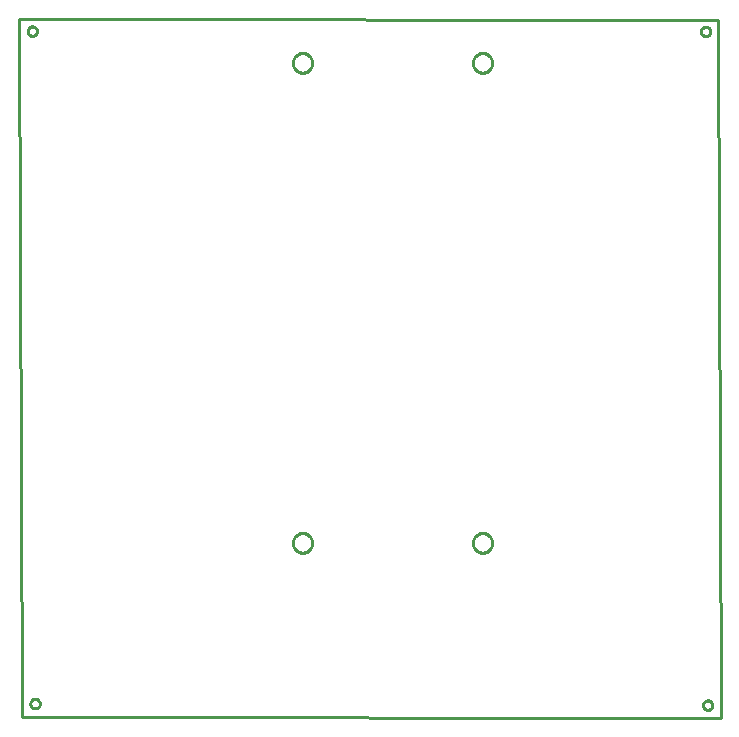
<source format=gbr>
G04 EAGLE Gerber RS-274X export*
G75*
%MOMM*%
%FSLAX34Y34*%
%LPD*%
%IN*%
%IPPOS*%
%AMOC8*
5,1,8,0,0,1.08239X$1,22.5*%
G01*
%ADD10C,0.254000*%


D10*
X226822Y742442D02*
X229362Y151384D01*
X820676Y150622D01*
X818136Y741680D01*
X226822Y742442D01*
X813854Y161180D02*
X813785Y160660D01*
X813649Y160154D01*
X813449Y159669D01*
X813187Y159215D01*
X812867Y158799D01*
X812497Y158429D01*
X812081Y158109D01*
X811627Y157847D01*
X811142Y157647D01*
X810636Y157511D01*
X810116Y157442D01*
X809591Y157442D01*
X809072Y157511D01*
X808565Y157647D01*
X808081Y157847D01*
X807627Y158109D01*
X807211Y158429D01*
X806840Y158799D01*
X806521Y159215D01*
X806258Y159669D01*
X806058Y160154D01*
X805922Y160660D01*
X805854Y161180D01*
X805854Y161705D01*
X805922Y162224D01*
X806058Y162731D01*
X806258Y163215D01*
X806521Y163669D01*
X806840Y164085D01*
X807211Y164456D01*
X807627Y164775D01*
X808081Y165038D01*
X808565Y165238D01*
X809072Y165374D01*
X809591Y165442D01*
X810116Y165442D01*
X810636Y165374D01*
X811142Y165238D01*
X811627Y165038D01*
X812081Y164775D01*
X812497Y164456D01*
X812867Y164085D01*
X813187Y163669D01*
X813449Y163215D01*
X813649Y162731D01*
X813785Y162224D01*
X813854Y161705D01*
X813854Y161180D01*
X812126Y731512D02*
X812058Y730992D01*
X811922Y730485D01*
X811722Y730001D01*
X811459Y729547D01*
X811140Y729131D01*
X810769Y728760D01*
X810353Y728441D01*
X809899Y728179D01*
X809415Y727978D01*
X808908Y727842D01*
X808389Y727774D01*
X807864Y727774D01*
X807344Y727842D01*
X806838Y727978D01*
X806353Y728179D01*
X805899Y728441D01*
X805483Y728760D01*
X805113Y729131D01*
X804793Y729547D01*
X804531Y730001D01*
X804331Y730485D01*
X804195Y730992D01*
X804126Y731512D01*
X804126Y732036D01*
X804195Y732556D01*
X804331Y733063D01*
X804531Y733547D01*
X804793Y734001D01*
X805113Y734417D01*
X805483Y734788D01*
X805899Y735107D01*
X806353Y735369D01*
X806838Y735570D01*
X807344Y735706D01*
X807864Y735774D01*
X808389Y735774D01*
X808908Y735706D01*
X809415Y735570D01*
X809899Y735369D01*
X810353Y735107D01*
X810769Y734788D01*
X811140Y734417D01*
X811459Y734001D01*
X811722Y733547D01*
X811922Y733063D01*
X812058Y732556D01*
X812126Y732036D01*
X812126Y731512D01*
X241947Y731817D02*
X241879Y731297D01*
X241743Y730790D01*
X241542Y730306D01*
X241280Y729852D01*
X240961Y729436D01*
X240590Y729065D01*
X240174Y728746D01*
X239720Y728484D01*
X239236Y728283D01*
X238729Y728147D01*
X238209Y728079D01*
X237685Y728079D01*
X237165Y728147D01*
X236659Y728283D01*
X236174Y728484D01*
X235720Y728746D01*
X235304Y729065D01*
X234933Y729436D01*
X234614Y729852D01*
X234352Y730306D01*
X234151Y730790D01*
X234016Y731297D01*
X233947Y731817D01*
X233947Y732341D01*
X234016Y732861D01*
X234151Y733367D01*
X234352Y733852D01*
X234614Y734306D01*
X234933Y734722D01*
X235304Y735093D01*
X235720Y735412D01*
X236174Y735674D01*
X236659Y735875D01*
X237165Y736010D01*
X237685Y736079D01*
X238209Y736079D01*
X238729Y736010D01*
X239236Y735875D01*
X239720Y735674D01*
X240174Y735412D01*
X240590Y735093D01*
X240961Y734722D01*
X241280Y734306D01*
X241542Y733852D01*
X241743Y733367D01*
X241879Y732861D01*
X241947Y732341D01*
X241947Y731817D01*
X244284Y162450D02*
X244216Y161930D01*
X244080Y161424D01*
X243879Y160939D01*
X243617Y160485D01*
X243298Y160069D01*
X242927Y159699D01*
X242511Y159379D01*
X242057Y159117D01*
X241573Y158917D01*
X241066Y158781D01*
X240546Y158712D01*
X240022Y158712D01*
X239502Y158781D01*
X238995Y158917D01*
X238511Y159117D01*
X238057Y159379D01*
X237641Y159699D01*
X237270Y160069D01*
X236951Y160485D01*
X236689Y160939D01*
X236488Y161424D01*
X236352Y161930D01*
X236284Y162450D01*
X236284Y162975D01*
X236352Y163494D01*
X236488Y164001D01*
X236689Y164485D01*
X236951Y164939D01*
X237270Y165355D01*
X237641Y165726D01*
X238057Y166045D01*
X238511Y166308D01*
X238995Y166508D01*
X239502Y166644D01*
X240022Y166712D01*
X240546Y166712D01*
X241066Y166644D01*
X241573Y166508D01*
X242057Y166308D01*
X242511Y166045D01*
X242927Y165726D01*
X243298Y165355D01*
X243617Y164939D01*
X243879Y164485D01*
X244080Y164001D01*
X244216Y163494D01*
X244284Y162975D01*
X244284Y162450D01*
X475107Y298425D02*
X475028Y297618D01*
X474869Y296823D01*
X474634Y296047D01*
X474323Y295297D01*
X473941Y294582D01*
X473490Y293908D01*
X472976Y293281D01*
X472402Y292707D01*
X471775Y292193D01*
X471101Y291742D01*
X470386Y291360D01*
X469636Y291049D01*
X468860Y290814D01*
X468065Y290656D01*
X467258Y290576D01*
X466446Y290576D01*
X465639Y290656D01*
X464844Y290814D01*
X464068Y291049D01*
X463318Y291360D01*
X462603Y291742D01*
X461929Y292193D01*
X461302Y292707D01*
X460728Y293281D01*
X460214Y293908D01*
X459763Y294582D01*
X459381Y295297D01*
X459070Y296047D01*
X458835Y296823D01*
X458677Y297618D01*
X458597Y298425D01*
X458597Y299237D01*
X458677Y300044D01*
X458835Y300839D01*
X459070Y301615D01*
X459381Y302365D01*
X459763Y303080D01*
X460214Y303754D01*
X460728Y304381D01*
X461302Y304955D01*
X461929Y305469D01*
X462603Y305920D01*
X463318Y306302D01*
X464068Y306613D01*
X464844Y306848D01*
X465639Y307007D01*
X466446Y307086D01*
X467258Y307086D01*
X468065Y307007D01*
X468860Y306848D01*
X469636Y306613D01*
X470386Y306302D01*
X471101Y305920D01*
X471775Y305469D01*
X472402Y304955D01*
X472976Y304381D01*
X473490Y303754D01*
X473941Y303080D01*
X474323Y302365D01*
X474634Y301615D01*
X474869Y300839D01*
X475028Y300044D01*
X475107Y299237D01*
X475107Y298425D01*
X627507Y298425D02*
X627428Y297618D01*
X627269Y296823D01*
X627034Y296047D01*
X626723Y295297D01*
X626341Y294582D01*
X625890Y293908D01*
X625376Y293281D01*
X624802Y292707D01*
X624175Y292193D01*
X623501Y291742D01*
X622786Y291360D01*
X622036Y291049D01*
X621260Y290814D01*
X620465Y290656D01*
X619658Y290576D01*
X618846Y290576D01*
X618039Y290656D01*
X617244Y290814D01*
X616468Y291049D01*
X615718Y291360D01*
X615003Y291742D01*
X614329Y292193D01*
X613702Y292707D01*
X613128Y293281D01*
X612614Y293908D01*
X612163Y294582D01*
X611781Y295297D01*
X611470Y296047D01*
X611235Y296823D01*
X611077Y297618D01*
X610997Y298425D01*
X610997Y299237D01*
X611077Y300044D01*
X611235Y300839D01*
X611470Y301615D01*
X611781Y302365D01*
X612163Y303080D01*
X612614Y303754D01*
X613128Y304381D01*
X613702Y304955D01*
X614329Y305469D01*
X615003Y305920D01*
X615718Y306302D01*
X616468Y306613D01*
X617244Y306848D01*
X618039Y307007D01*
X618846Y307086D01*
X619658Y307086D01*
X620465Y307007D01*
X621260Y306848D01*
X622036Y306613D01*
X622786Y306302D01*
X623501Y305920D01*
X624175Y305469D01*
X624802Y304955D01*
X625376Y304381D01*
X625890Y303754D01*
X626341Y303080D01*
X626723Y302365D01*
X627034Y301615D01*
X627269Y300839D01*
X627428Y300044D01*
X627507Y299237D01*
X627507Y298425D01*
X627507Y704825D02*
X627428Y704018D01*
X627269Y703223D01*
X627034Y702447D01*
X626723Y701697D01*
X626341Y700982D01*
X625890Y700308D01*
X625376Y699681D01*
X624802Y699107D01*
X624175Y698593D01*
X623501Y698142D01*
X622786Y697760D01*
X622036Y697449D01*
X621260Y697214D01*
X620465Y697056D01*
X619658Y696976D01*
X618846Y696976D01*
X618039Y697056D01*
X617244Y697214D01*
X616468Y697449D01*
X615718Y697760D01*
X615003Y698142D01*
X614329Y698593D01*
X613702Y699107D01*
X613128Y699681D01*
X612614Y700308D01*
X612163Y700982D01*
X611781Y701697D01*
X611470Y702447D01*
X611235Y703223D01*
X611077Y704018D01*
X610997Y704825D01*
X610997Y705637D01*
X611077Y706444D01*
X611235Y707239D01*
X611470Y708015D01*
X611781Y708765D01*
X612163Y709480D01*
X612614Y710154D01*
X613128Y710781D01*
X613702Y711355D01*
X614329Y711869D01*
X615003Y712320D01*
X615718Y712702D01*
X616468Y713013D01*
X617244Y713248D01*
X618039Y713407D01*
X618846Y713486D01*
X619658Y713486D01*
X620465Y713407D01*
X621260Y713248D01*
X622036Y713013D01*
X622786Y712702D01*
X623501Y712320D01*
X624175Y711869D01*
X624802Y711355D01*
X625376Y710781D01*
X625890Y710154D01*
X626341Y709480D01*
X626723Y708765D01*
X627034Y708015D01*
X627269Y707239D01*
X627428Y706444D01*
X627507Y705637D01*
X627507Y704825D01*
X475107Y704825D02*
X475028Y704018D01*
X474869Y703223D01*
X474634Y702447D01*
X474323Y701697D01*
X473941Y700982D01*
X473490Y700308D01*
X472976Y699681D01*
X472402Y699107D01*
X471775Y698593D01*
X471101Y698142D01*
X470386Y697760D01*
X469636Y697449D01*
X468860Y697214D01*
X468065Y697056D01*
X467258Y696976D01*
X466446Y696976D01*
X465639Y697056D01*
X464844Y697214D01*
X464068Y697449D01*
X463318Y697760D01*
X462603Y698142D01*
X461929Y698593D01*
X461302Y699107D01*
X460728Y699681D01*
X460214Y700308D01*
X459763Y700982D01*
X459381Y701697D01*
X459070Y702447D01*
X458835Y703223D01*
X458677Y704018D01*
X458597Y704825D01*
X458597Y705637D01*
X458677Y706444D01*
X458835Y707239D01*
X459070Y708015D01*
X459381Y708765D01*
X459763Y709480D01*
X460214Y710154D01*
X460728Y710781D01*
X461302Y711355D01*
X461929Y711869D01*
X462603Y712320D01*
X463318Y712702D01*
X464068Y713013D01*
X464844Y713248D01*
X465639Y713407D01*
X466446Y713486D01*
X467258Y713486D01*
X468065Y713407D01*
X468860Y713248D01*
X469636Y713013D01*
X470386Y712702D01*
X471101Y712320D01*
X471775Y711869D01*
X472402Y711355D01*
X472976Y710781D01*
X473490Y710154D01*
X473941Y709480D01*
X474323Y708765D01*
X474634Y708015D01*
X474869Y707239D01*
X475028Y706444D01*
X475107Y705637D01*
X475107Y704825D01*
M02*

</source>
